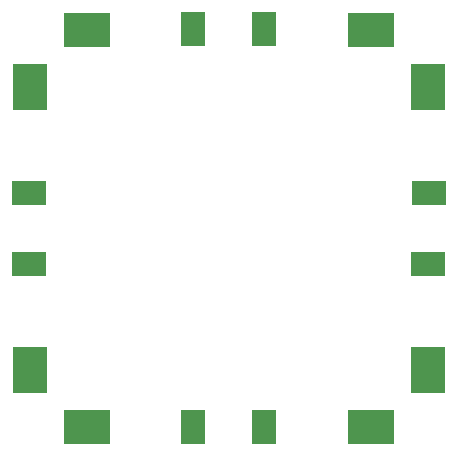
<source format=gbr>
%TF.GenerationSoftware,KiCad,Pcbnew,(5.1.10)-1*%
%TF.CreationDate,2022-01-02T17:44:00+01:00*%
%TF.ProjectId,3DESPWroverB,33444553-5057-4726-9f76-6572422e6b69,rev?*%
%TF.SameCoordinates,Original*%
%TF.FileFunction,Paste,Top*%
%TF.FilePolarity,Positive*%
%FSLAX46Y46*%
G04 Gerber Fmt 4.6, Leading zero omitted, Abs format (unit mm)*
G04 Created by KiCad (PCBNEW (5.1.10)-1) date 2022-01-02 17:44:00*
%MOMM*%
%LPD*%
G01*
G04 APERTURE LIST*
%ADD10R,4.000000X3.000000*%
%ADD11R,3.000000X4.000000*%
%ADD12R,3.000000X2.000000*%
%ADD13R,2.000000X3.000000*%
G04 APERTURE END LIST*
D10*
%TO.C,J2*%
X163703000Y-74295000D03*
%TD*%
D11*
%TO.C,J3*%
X168529000Y-45466000D03*
%TD*%
D10*
%TO.C,J4*%
X139700000Y-40640000D03*
%TD*%
D11*
%TO.C,J5*%
X134874000Y-69469000D03*
%TD*%
%TO.C,J6*%
X168529000Y-69469000D03*
%TD*%
D10*
%TO.C,J7*%
X139700000Y-74295000D03*
%TD*%
%TO.C,J8*%
X163703000Y-40640000D03*
%TD*%
D11*
%TO.C,J9*%
X134874000Y-45466000D03*
%TD*%
D12*
%TO.C,J11*%
X168605200Y-54457600D03*
%TD*%
%TO.C,J12*%
X168579800Y-60452000D03*
%TD*%
D13*
%TO.C,J13*%
X148691600Y-40563800D03*
%TD*%
%TO.C,J14*%
X154686000Y-40563800D03*
%TD*%
%TO.C,J15*%
X154711400Y-74320400D03*
%TD*%
%TO.C,J16*%
X148666200Y-74320400D03*
%TD*%
D12*
%TO.C,J17*%
X134747000Y-60452000D03*
%TD*%
%TO.C,J18*%
X134747000Y-54483000D03*
%TD*%
M02*

</source>
